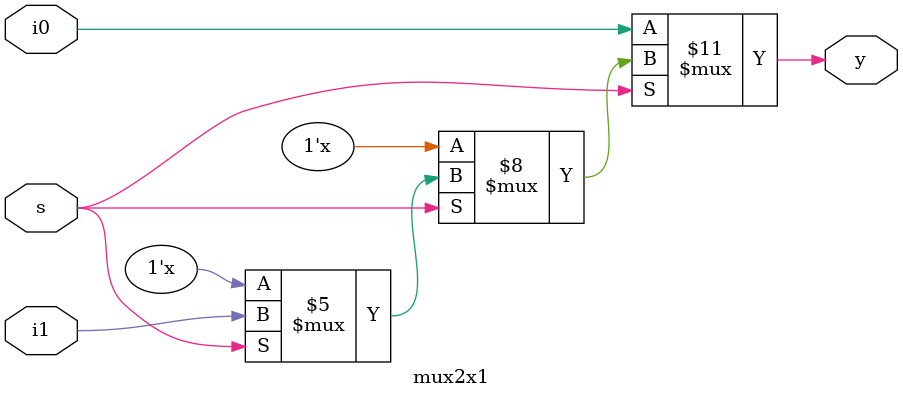
<source format=v>
module mux2x1(y,i0,i1,s);
input i0,i1,s;
output reg y;

//Behavioural style
//When input changes, if sel is 0 output is i0 , else if sel is 1, output is i1, else output is unknown

always @(i0 or i1 or s) begin //{
		if(s == 0) y = i0;
		else if(s == 1) y = i1;
		else y = 1'bx;
	end //}
endmodule

</source>
